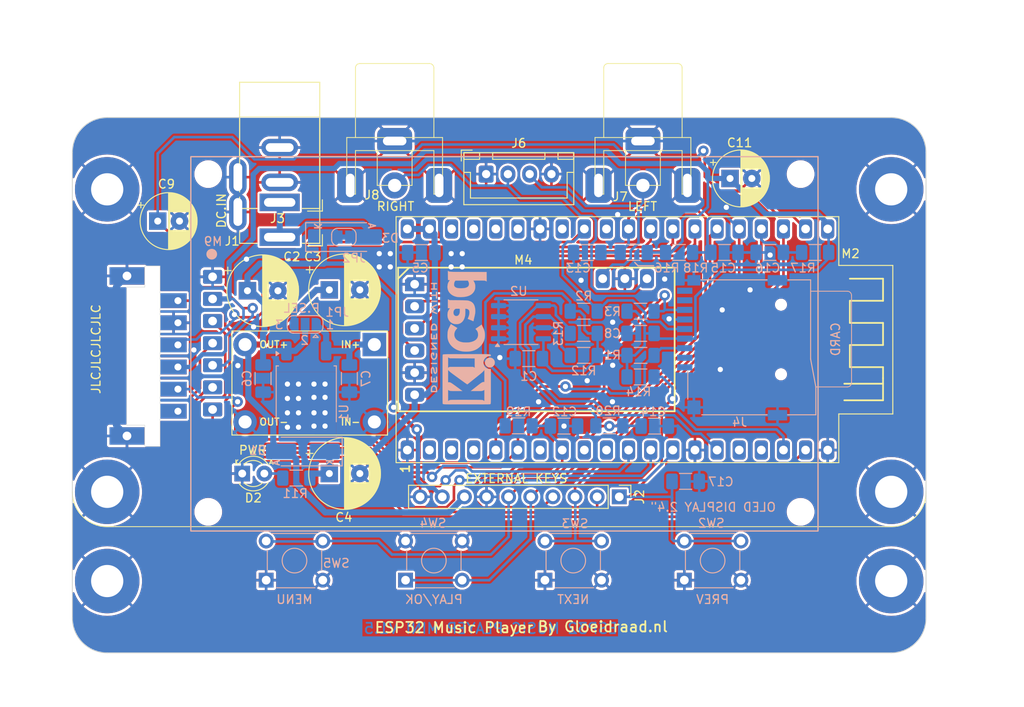
<source format=kicad_pcb>
(kicad_pcb (version 20240108) (generator "pcbnew") (generator_version "8.0")
  (title_block (date "2024-12-26") (rev "V1.2"))
  (layers (0 "F.Cu" signal) (31 "B.Cu" signal) (34 "B.Paste" user) (35 "F.Paste" user) (36 "B.SilkS" user "B.Silkscreen") (37 "F.SilkS" user "F.Silkscreen") (38 "B.Mask" user) (39 "F.Mask" user) (44 "Edge.Cuts" user))
  (net 0 "")
  (net 1 "V5")
  (net 2 "GND")
  (net 8 "/SDA1")
  (net 10 "/SCL1")
  (net 11 "V3.3")
  (net 15 "/SD_MMC_CMD")
  (net 16 "/SD_MMC_D0")
  (net 17 "/SD_MMC_CLK")
  (net 19 "/I2S-DOUT")
  (net 20 "/I2S-BCK")
  (net 21 "/I2S-WS")
  (net 22 "V5.1")
  (net 23 "Net-(D2-A)")
  (net 24 "Net-(JP1-A)")
  (net 25 "/LL")
  (net 26 "/LR")
  (net 30 "/KEY1")
  (net 31 "/KEY6")
  (net 32 "/KEY5")
  (net 33 "/KEY2")
  (net 34 "/KEY3")
  (net 35 "/KEY4")
  (net 40 "/IO19")
  (net 41 "/IO18")
  (net 42 "/IO5")
  (net 43 "/IO23")
  (net 44 "Vin")
  (net 45 "/EN")
  (net 48 "Net-(D3-A)")
  (footprint "MountingHole:MountingHole_3.7mm_Pad" (layer "F.Cu") (at 184.5 107.5)
    (property "Reference" "H6" (hide yes))
    (property "Value" "MountingHole")
  )
  (footprint "MountingHole:MountingHole_3.7mm_Pad" (layer "F.Cu") (at 94.5 72.75)
    (property "Reference" "H2" (hide yes))
    (property "Value" "MountingHole")
  )
  (footprint "!Gloeidraad:CE_Radial_D8.0mm_P3.50mm_E2.0mm" (layer "F.Cu") (at 110.6 84.4)
    (property "Reference" "C2")
    (property "Value" "100µF/35V")
  )
  (footprint "Connector_PinHeader_2.54mm:PinHeader_1x10_P2.54mm_Vertical" (layer "F.Cu") (at 153.284 108.077 -90)
    (property "Reference" "J2")
    (property "Value" "JST B7B")
  )
  (footprint "MountingHole:MountingHole_3.7mm_Pad" (layer "F.Cu") (at 94.5 107.5)
    (property "Reference" "H5" (hide yes))
    (property "Value" "MountingHole")
  )
  (footprint "Connector_BarrelJack:BarrelJack_GCT_DCJ200-10-A_Horizontal" (layer "F.Cu") (at 114.3 74.25 180)
    (property "Reference" "J3")
    (property "Value" "DC-IN")
  )
  (footprint "!Gloeidraad:Keystone RCA" (layer "F.Cu") (at 156 72.3 180)
    (property "Reference" "J7")
    (property "Value" "Keystone 900")
  )
  (footprint "!Gloeidraad:MOD-PCM5102A-TYPE2B" (layer "F.Cu") (at 143.764 90)
    (property "Reference" "M4")
    (property "Value" "PCM5102A Module")
  )
  (footprint "!Gloeidraad:Keystone RCA" (layer "F.Cu") (at 127.5 72.3 180)
    (property "Reference" "J8")
    (property "Value" "Keystone 900")
  )
  (footprint "!Gloeidraad:CE_Radial_D6.3mm_P2.50mm_E2.0mm" (layer "F.Cu") (at 166 71.5)
    (property "Reference" "C11")
    (property "Value" "100µF/16V")
  )
  (footprint "!Gloeidraad:CE_Radial_D6.3mm_P2.50mm_E2.0mm" (layer "F.Cu") (at 100.3 76.4)
    (property "Reference" "C9")
    (property "Value" "10µF")
  )
  (footprint "Connector_BarrelJack:BarrelJack_GCT_DCJ200-10-A_Horizontal" (layer "F.Cu") (at 114.3 78.25 180)
    (property "Reference" "J1")
    (property "Value" "DC-IN")
  )
  (footprint "!Gloeidraad:LED_D3.0mm" (layer "F.Cu") (at 110 105.4)
    (property "Reference" "D2")
    (property "Value" "LED Green")
  )
  (footprint "!Gloeidraad:ESP32-WROVER-DEV_ON_HEADERS_BARE" (layer "F.Cu") (at 153.083 90 -90)
    (property "Reference" "M2")
    (property "Value" "ESP32-WROVER-CAM-40P")
  )
  (footprint "MountingHole:MountingHole_3.7mm_Pad" (layer "F.Cu") (at 184.5 117.75)
    (property "Reference" "H3" (hide yes))
    (property "Value" "MountingHole")
  )
  (footprint "!Gloeidraad:CE_Radial_D8.0mm_P3.50mm_E2.0mm" (layer "F.Cu") (at 120 105.4)
    (property "Reference" "C4")
    (property "Value" "220µF/16V")
  )
  (footprint "Connector_JST:JST_XH_B4B-XH-A_1x04_P2.50mm_Vertical" (layer "F.Cu") (at 138 71)
    (property "Reference" "J6")
    (property "Value" "JST XH4")
  )
  (footprint "MountingHole:MountingHole_3.7mm_Pad" (layer "F.Cu") (at 94.5 117.75)
    (property "Reference" "H1" (hide yes))
    (property "Value" "MountingHole")
  )
  (footprint "MountingHole:MountingHole_3.7mm_Pad" (layer "F.Cu") (at 184.5 72.75)
    (property "Reference" "H4" (hide yes))
    (property "Value" "MountingHole")
  )
  (footprint "!Gloeidraad:CE_Radial_D8.0mm_P3.50mm_E2.0mm" (layer "F.Cu") (at 120 84.3)
    (property "Reference" "C3")
    (property "Value" "220µF/16V")
  )
  (footprint "!Gloeidraad:MOD-DC-DC-DUAL" (layer "F.Cu") (at 117.8308 95.177 180)
    (property "Reference" "M1" (hide yes))
    (property "Value" "CN3903 5V/3A Module")
  )
  (footprint "Capacitor_SMD:C_1206_3216Metric_Pad1.33x1.80mm_HandSolder" (layer "B.Cu") (at 157.353 99.949)
    (property "Reference" "C14")
    (property "Value" "1n")
  )
  (footprint "Resistor_SMD:R_1206_3216Metric_Pad1.30x1.75mm_HandSolder" (layer "B.Cu") (at 116.205 105.918)
    (property "Reference" "R11")
    (property "Value" "470R")
  )
  (footprint "!Gloeidraad:SW_TH_Tactile_Omron_B3F-10xx" (layer "B.Cu") (at 164 115.4)
    (property "Reference" "SW2")
    (property "Value" "SW-PUSHBUT-6X6-V")
  )
  (footprint "Capacitor_SMD:C_1206_3216Metric_Pad1.33x1.80mm_HandSolder" (layer "B.Cu") (at 160.9 106.3)
    (property "Reference" "C17")
    (property "Value" "1n")
  )
  (footprint "!Gloeidraad:SW_TH_Tactile_Omron_B3F-10xx" (layer "B.Cu") (at 132 115.4)
    (property "Reference" "SW4")
    (property "Value" "SW-PUSHBUT-6X6-V")
  )
  (footprint "Resistor_SMD:R_1206_3216Metric_Pad1.30x1.75mm_HandSolder" (layer "B.Cu") (at 154.94 80)
    (property "Reference" "R16")
    (property "Value" "47k")
  )
  (footprint "Symbol:KiCad-Logo2_6mm_SilkScreen" (layer "B.Cu") (at 136.017 89.789 90)
    (property "Reference" "MECH1" (hide yes))
    (property "Value" "KiCad Logo" (hide yes))
  )
  (footprint "Jumper:SolderJumper-2_P1.3mm_Bridged_RoundedPad1.0x1.5mm" (layer "B.Cu") (at 121.666 78.232 180)
    (property "Reference" "JP2")
    (property "Value" "Jumper_2_Small_Bridged")
  )
  (footprint "!Gloeidraad:SW_TH_Tactile_Omron_B3F-10xx" (layer "B.Cu") (at 148 115.4)
    (property "Reference" "SW3")
    (property "Value" "SW-PUSHBUT-6X6-V")
  )
  (footprint "Capacitor_SMD:C_1206_3216Metric_Pad1.33x1.80mm_HandSolder" (layer "B.Cu") (at 112.395 94.488 -90)
    (property "Reference" "C6")
    (property "Value" "100n")
  )
  (footprint "!Gloeidraad:OLED128x64-2.4inch-spi-type1" (layer "B.Cu") (at 140.1 90.5)
    (property "Reference" "M9")
    (property "Value" "OLED 128x64 SPI 2.4 inch" (hide yes))
  )
  (footprint "Resistor_SMD:R_1206_3216Metric_Pad1.30x1.75mm_HandSolder" (layer "B.Cu") (at 160.147 80 180)
    (property "Reference" "R18")
    (property "Value" "47k")
  )
  (footprint "Package_SO:SO-8_3.9x4.9mm_P1.27mm" (layer "B.Cu") (at 142 88.011)
    (property "Reference" "U2")
    (property "Value" "24LC64")
  )
  (footprint "Resistor_SMD:R_1206_3216Metric_Pad1.30x1.75mm_HandSolder" (layer "B.Cu") (at 141.732 99.919 180)
    (property "Reference" "R19")
    (property "Value" "47k")
  )
  (footprint "!Gloeidraad:DIODE_SMA" (layer "B.Cu") (at 121.793 78.232)
    (property "Reference" "D3")
    (property "Value" "SS14")
  )
  (footprint "Capacitor_SMD:C_1206_3216Metric_Pad1.33x1.80mm_HandSolder" (layer "B.Cu") (at 146.939 99.949)
    (property "Reference" "C12")
    (property "Value" "1n")
  )
  (footprint "!Gloeidraad:TF PUSH" (layer "B.Cu") (at 171.85 86 -90)
    (property "Reference" "J4")
    (property "Value" "SHOU-HAN-TF-PUSH")
  )
  (footprint "Resistor_SMD:R_1206_3216Metric_Pad1.30x1.75mm_HandSolder" (layer "B.Cu") (at 149.2 89.3 180)
    (property "Reference" "R13")
    (property "Value" "10k")
  )
  (footprint "!Gloeidraad:SW_TH_Tactile_Omron_B3F-10xx" (layer "B.Cu") (at 116 115.4)
    (property "Reference" "SW5")
    (property "Value" "SW-PUSHBUT-6X6-V")
  )
  (footprint "Capacitor_SMD:C_1206_3216Metric_Pad1.33x1.80mm_HandSolder" (layer "B.Cu") (at 122.301 94.488 -90)
    (property "Reference" "C7")
    (property "Value" "100n")
  )
  (footprint "Resistor_SMD:R_1206_3216Metric_Pad1.30x1.75mm_HandSolder" (layer "B.Cu") (at 175.768 80)
    (property "Reference" "R17")
    (property "Value" "47k")
  )
  (footprint "!Gloeidraad:PinHeader_1x06_P2.54mm_SD_expander_socket_T3" (layer "B.Cu") (at 99.32 85.541 180)
    (property "Reference" "M3" (hide yes))
    (property "Value" "µSD CARD ADAPTER")
    (fp_poly (pts (xy -1.25 4) (xy 0.5 4) (xy 0.5 1.55) (xy 2.6 1.55) (xy 2.6 -14.3) (xy 0.5 -14.3) (xy 0.5 -16.75) (xy -1.25 -16.75)) (stroke (width 0.05)) (fill none) (layer "Edge.Cuts"))
  )
  (footprint "Resistor_SMD:R_1206_3216Metric_Pad1.30x1.75mm_HandSolder" (layer "B.Cu") (at 155.725 91.825 180)
    (property "Reference" "R1")
    (property "Value" "10k")
  )
  (footprint "Capacitor_SMD:C_1206_3216Metric_Pad1.33x1.80mm_HandSolder" (layer "B.Cu") (at 142.9 92.2 180)
    (property "Reference" "C1")
    (property "Value" "100n")
  )
  (footprint "!Gloeidraad:SolderJumper-3_P1.3mm_Open_RoundedPad1.0x1.5mm" (layer "B.Cu") (at 117.221 88.265 180)
    (property "Reference" "JP1")
    (property "Value" "PSEL")
  )
  (footprint "Capacitor_SMD:C_1206_3216Metric_Pad1.33x1.80mm_HandSolder" (layer "B.Cu") (at 130.556 80.01 180)
    (property "Reference" "C5")
    (property "Value" "100n")
  )
  (footprint "Capacitor_SMD:C_1206_3216Metric_Pad1.33x1.80mm_HandSolder" (layer "B.Cu") (at 149.6 80.01 180)
    (property "Reference" "C13")
    (property "Value" "1n")
  )
  (footprint "Resistor_SMD:R_1206_3216Metric_Pad1.30x1.75mm_HandSolder" (layer "B.Cu") (at 152.146 99.919 180)
    (property "Reference" "R20")
    (property "Value" "47k")
  )
  (footprint "Resistor_SMD:R_1206_3216Metric_Pad1.30x1.75mm_HandSolder" (layer "B.Cu") (at 155.725 86.75 180)
    (property "Reference" "R3")
    (property "Value" "10k")
  )
  (footprint "Resistor_SMD:R_1206_3216Metric_Pad1.30x1.75mm_HandSolder" (layer "B.Cu") (at 149.2 86.75 180)
    (property "Reference" "R2")
    (property "Value" "10k")
  )
  (footprint "Capacitor_SMD:C_1206_3216Metric_Pad1.33x1.80mm_HandSolder" (layer "B.Cu") (at 170.561 80 180)
    (property "Reference" "C16")
    (property "Value" "1n")
  )
  (footprint "Resistor_SMD:R_1206_3216Metric_Pad1.30x1.75mm_HandSolder" (layer "B.Cu") (at 149.2 91.825 180)
    (property "Reference" "R12")
    (property "Value" "10k")
  )
  (footprint "Capacitor_SMD:C_1206_3216Metric_Pad1.33x1.80mm_HandSolder" (layer "B.Cu") (at 165.354 80)
    (property "Reference" "C15")
    (property "Value" "1n")
  )
  (footprint "!Gloeidraad:DIODE_SMA" (layer "B.Cu") (at 116.967 102.87 180)
    (property "Reference" "D1")
    (property "Value" "SS14")
  )
  (footprint "Resistor_SMD:R_1206_3216Metric_Pad1.30x1.75mm_HandSolder" (layer "B.Cu") (at 155.725 94.3 180)
    (property "Reference" "R14")
    (property "Value" "47k")
  )
  (footprint "Capacitor_SMD:C_1206_3216Metric_Pad1.33x1.80mm_HandSolder" (layer "B.Cu") (at 155.725 89.3 180)
    (property "Reference" "C8")
    (property "Value" "2u2")
  )
  (footprint "Package_TO_SOT_SMD:TO-252-2" (layer "B.Cu") (at 117.3505 96.344 -90)
    (property "Reference" "U1")
    (property "Value" "L7818")
  )
  (gr_line (start 155.448 81.534) (end 157.226 81.534) (stroke (width 0.15)) (layer "B.SilkS"))
  (gr_line (start 155.067 81.153) (end 155.448 81.534) (stroke (width 0.15)) (layer "B.SilkS"))
  (gr_arc (start 188.5 107.5) (mid 187.328427 110.328427) (end 184.5 111.5) (stroke (width 0.1)) (layer "F.SilkS"))
  (gr_arc (start 94.5 111.5) (mid 91.671573 110.328427) (end 90.5 107.5) (stroke (width 0.1)) (layer "F.SilkS"))
  (gr_line (start 94.5 111.5) (end 184.5 111.5) (stroke (width 0.1)) (layer "F.SilkS"))
  (gr_line (start 94.5 126) (end 184.5 126) (stroke (width 0.1)) (layer "Edge.Cuts"))
  (gr_line (start 188.5 122) (end 188.5 68.5) (stroke (width 0.1)) (layer "Edge.Cuts"))
  (gr_arc (start 184.5 64.5) (mid 187.328427 65.671573) (end 188.5 68.5) (stroke (width 0.1)) (layer "Edge.Cuts"))
  (gr_arc (start 188.5 122) (mid 187.328427 124.828427) (end 184.5 126) (stroke (width 0.1)) (layer "Edge.Cuts"))
  (gr_arc (start 94.5 126) (mid 91.671573 124.828427) (end 90.5 122) (stroke (width 0.1)) (layer "Edge.Cuts"))
  (gr_arc (start 90.5 68.5) (mid 91.671573 65.671573) (end 94.5 64.5) (stroke (width 0.1)) (layer "Edge.Cuts"))
  (gr_line (start 94.5 64.5) (end 184.5 64.5) (stroke (width 0.1)) (layer "Edge.Cuts"))
  (gr_line (start 90.5 122) (end 90.5 68.5) (stroke (width 0.1)) (layer "Edge.Cuts"))
  (gr_text "ESP32 MUSIC PLAYER MINI V1.5" (at 153.2 123.9 0) (layer "B.Cu") (effects (font (size 1.2 1.2) (thickness 0.2) (bold yes)) (justify left bottom mirror)))
  (gr_text "OLED DISPLAY 2.4{dblquote}" (at 171.35 109.85 0) (layer "B.SilkS") (effects (font (size 1 1)) (justify left bottom mirror)))
  (gr_text "1" (at 120.65 88.9 0) (layer "B.SilkS") (effects (font (size 1 1)) (justify left bottom mirror)))
  (gr_text "CARD" (at 178.7 87.95 90) (layer "B.SilkS") (effects (font (size 1 1)) (justify left bottom mirror)))
  (gr_text "2" (at 117.729 90.678 0) (layer "B.SilkS") (effects (font (size 1 1)) (justify left bottom mirror)))
  (gr_text "P.SEL" (at 116.84 86.995 0) (layer "B.SilkS") (effects (font (size 1 1)) (justify bottom mirror)))
  (gr_text "3" (at 114.808 88.9 0) (layer "B.SilkS") (effects (font (size 1 1)) (justify left bottom mirror)))
  (gr_text "PLAY/OK" (at 132 120.45 0) (layer "B.SilkS") (effects (font (size 1 1)) (justify bottom mirror)))
  (gr_text "NEXT" (at 148 120.45 0) (layer "B.SilkS") (effects (font (size 1 1)) (justify bottom mirror)))
  (gr_text "MENU" (at 116 120.45 0) (layer "B.SilkS") (effects (font (size 1 1)) (justify bottom mirror)))
  (gr_text "PREV" (at 164 120.45 0) (layer "B.SilkS") (effects (font (size 1 1)) (justify bottom mirror)))
  (gr_text "By Gloeidraad.nl" (at 143.8 123.7 0) (layer "F.SilkS") (effects (font (size 1.2 1.2) (thickness 0.2) (bold yes)) (justify left bottom)))
  (gr_text "DC.IN" (at 108.2 75.2 90) (layer "F.SilkS") (effects (font (size 1 1)) (justify bottom)))
  (gr_text "LEFT" (at 155.95 75.3 0) (layer "F.SilkS") (effects (font (size 1 1)) (justify bottom)))
  (gr_text "PWR" (at 111.2 103.3 0) (layer "F.SilkS") (effects (font (size 1 1)) (justify bottom)))
  (gr_text "ESP32 Music Player" (at 125.1 123.8 0) (layer "F.SilkS") (effects (font (size 1.2 1.2) (thickness 0.2) (bold yes)) (justify left bottom)))
  (gr_text "JLCJLCJLCJLC" (at 93.8 96.35 90) (layer "F.SilkS") (effects (font (size 1 1)) (justify left bottom)))
  (gr_text "RIGHT" (at 127.6 75.3 0) (layer "F.SilkS") (effects (font (size 1 1)) (justify bottom)))
  (gr_text "EXTERNAL KEYS" (at 141.478 106.553 0) (layer "F.SilkS") (effects (font (size 1 1)) (justify bottom)))
  (segment (start 131.1 96.35) (end 129.794 96.35) (width 0.7) (layer "B.Cu") (net 1))
  (segment (start 118.273 105.4) (end 117.755 105.918) (width 0.7) (layer "B.Cu") (net 1))
  (segment (start 125.095 102.87) (end 129.794 98.171) (width 0.7) (layer "B.Cu") (net 1))
  (segment (start 120 105.4) (end 120 103.403) (width 0.7) (layer "B.Cu") (net 1))
  (segment (start 128.953 77.3) (end 131.493 77.3) (width 0.7) (layer "B.Cu") (net 1))
  (segment (start 129.794 98.171) (end 129.794 96.35) (width 0.7) (layer "B.Cu") (net 1))
  (segment (start 132.08 79.9715) (end 132.08 77.887) (width 0.7) (layer "B.Cu") (net 1))
  (segment (start 119.467 102.87) (end 125.095 102.87) (width 0.7) (layer "B.Cu") (net 1))
  (segment (start 132.1185 80.01) (end 132.08 79.9715) (width 0.7) (layer "B.Cu") (net 1))
  (segment (start 132.1185 80.01) (end 132.1185 95.3315) (width 0.7) (layer "B.Cu") (net 1))
  (segment (start 132.1185 95.3315) (end 131.1 96.35) (width 0.7) (layer "B.Cu") (net 1))
  (segment (start 132.08 77.887) (end 131.493 77.3) (width 0.7) (layer "B.Cu") (net 1))
  (segment (start 120 103.403) (end 119.467 102.87) (width 0.7) (layer "B.Cu") (net 1))
  (segment (start 120 105.4) (end 118.273 105.4) (width 0.7) (layer "B.Cu") (net 1))
  (via (at 149.6 94.730281) (size 1.2) (drill 0.6) (layers "F.Cu" "B.Cu") (net 2))
  (via (at 119.507 98.425) (size 1.2) (drill 0.6) (layers "F.Cu" "B.Cu") (net 2))
  (via (at 133.985 80.137) (size 1.2) (drill 0.6) (layers "F.Cu" "B.Cu") (net 2))
  (via (at 109.5 93) (size 1.2) (drill 0.6) (layers "F.Cu" "B.Cu") (net 2))
  (via (at 118.237 95.123) (size 1.2) (drill 0.6) (layers "F.Cu" "B.Cu") (net 2))
  (via (at 153.1 75.65) (size 1.2) (drill 0.6) (layers "F.Cu" "B.Cu") (net 2))
  (via (at 139.573 92.075) (size 1.2) (drill 0.6) (layers "F.Cu" "B.Cu") (net 2))
  (via (at 115.189 100.076) (size 1.2) (drill 0.6) (layers "F.Cu" "B.Cu") (net 2))
  (via (at 133.985 81.661) (size 1.2) (drill 0.6) (layers "F.Cu" "B.Cu") (net 2))
  (via (at 104.450147 91.200147) (size 1.2) (drill 0.6) (layers "F.Cu" "B.Cu") (net 2))
  (via (at 125.73 81.661) (size 1.2) (drill 0.6) (layers "F.Cu" "B.Cu") (net 2))
  (via (at 135.255 80.137) (size 1.2) (drill 0.6) (layers "F.Cu" "B.Cu") (net 2))
  (via (at 119.507 96.647) (size 1.2) (drill 0.6) (layers "F.Cu" "B.Cu") (net 2))
  (via (at 159.004 87.63) (size 1.2) (drill 0.6) (layers "F.Cu" "B.Cu") (net 2))
  (via (at 165.573084 74.816588) (size 1.2) (drill 0.6) (layers "F.Cu" "B.Cu") (net 2))
  (via (at 119.507 95.123) (size 1.2) (drill 0.6) (layers "F.Cu" "B.Cu") (net 2))
  (via (at 116.459 98.425) (size 1.2) (drill 0.6) (layers "F.Cu" "B.Cu") (net 2))
  (via (at 125.73 80.137) (size 1.2) (drill 0.6) (layers "F.Cu" "B.Cu") (net 2))
  (via (at 119.507 99.949) (size 1.2) (drill 0.6) (layers "F.Cu" "B.Cu") (net 2))
  (via (at 152.5 97.15) (size 1.2) (drill 0.6) (layers "F.Cu" "B.Cu") (net 2))
  (via (at 168.3 84.3) (size 1.2) (drill 0.6) (layers "F.Cu" "B.Cu") (net 2))
  (via (at 152.527 88.011) (size 1.2) (drill 0.6) (layers "F.Cu" "B.Cu") (net 2))
  (via (at 115.189 98.425) (size 1.2) (drill 0.6) (layers "F.Cu" "B.Cu") (net 2))
  (via (at 152.527 92.964) (size 1.2) (drill 0.6) (layers "F.Cu" "B.Cu") (net 2))
  (via (at 127 81.661) (size 1.2) (drill 0.6) (layers "F.Cu" "B.Cu") (net 2))
  (via (at 115.189 96.774) (size 1.2) (drill 0.6) (layers "F.Cu" "B.Cu") (net 2))
  (via (at 118.237 98.425) (size 1.2) (drill 0.6) (layers "F.Cu" "B.Cu") (net 2))
  (via (at 144.018 97.155) (size 1.2) (drill 0.6) (layers "F.Cu" "B.Cu") (net 2))
  (via (at 111.3 88.55) (size 1.2) (drill 0.6) (layers "F.Cu" "B.Cu") (net 2))
  (via (at 116.459 96.774) (size 1.2) (drill 0.6) (layers "F.Cu" "B.Cu") (net 2))
  (via (at 146.939 99.949) (size 1.2) (drill 0.6) (layers "F.Cu" "B.Cu") (net 2))
  (via (at 165.1 86.6) (size 1.2) (drill 0.6) (layers "F.Cu" "B.Cu") (net 2))
  (via (at 164.881842 93.445246) (size 1.2) (drill 0.6) (layers "F.Cu" "B.Cu") (net 2))
  (via (at 135.255 81.661) (size 1.2) (drill 0.6) (layers "F.Cu" "B.Cu") (net 2))
  (via (at 116.459 95.123) (size 1.2) (drill 0.6) (layers "F.Cu" "B.Cu") (net 2))
  (via (at 118.237 99.949) (size 1.2) (drill 0.6) (layers "F.Cu" "B.Cu") (net 2))
  (via (at 115.189 95.123) (size 1.2) (drill 0.6) (layers "F.Cu" "B.Cu") (net 2))
  (via (at 158.496 83.058) (size 1.2) (drill 0.6) (layers "F.Cu" "B.Cu") (net 2))
  (via (at 118.237 96.647) (size 1.2) (drill 0.6) (layers "F.Cu" "B.Cu") (net 2))
  (via (at 110.49 80.772) (size 1.2) (drill 0.6) (layers "F.Cu" "B.Cu") (net 2))
  (via (at 127 80.137) (size 1.2) (drill 0.6) (layers "F.Cu" "B.Cu") (net 2))
  (via (at 148.9 83.2) (size 1.2) (drill 0.6) (layers "F.Cu" "B.Cu") (net 2))
  (via (at 170.6 80.3) (size 1.2) (drill 0.6) (layers "F.Cu" "B.Cu") (net 2))
  (via (at 116.459 100.076) (size 1.2) (drill 0.6) (layers "F.Cu" "B.Cu") (net 2))
  (segment (start 154.172 89.281) (end 154.172 89.402) (width 0.3) (layer "B.Cu") (net 2))
  (segment (start 96.77 82.701) (end 95.5 83.971) (width 0.7) (layer "B.Cu") (net 2))
  (segment (start 127.5 67.2) (end 124.7 67.2) (width 0.3) (layer "B.Cu") (net 2))
  (segment (start 129.95 67.2) (end 127.5 67.2) (width 0.3) (layer "B.Cu") (net 2))
  (segment (start 156 67.2) (end 159.1 67.2) (width 0.3) (layer "B.Cu") (net 2))
  (segment (start 152.95 67.2) (end 156 67.2) (width 0.3) (layer "B.Cu") (net 2))
  (segment (start 159.004 87.63) (end 159.074 87.7) (width 0.3) (layer "B.Cu") (net 2))
  (segment (start 154.153 89.3) (end 154.172 89.281) (width 0.3) (layer "B.Cu") (net 2))
  (segment (start 159.074 87.7) (end 161.45 87.7) (width 0.3) (layer "B.Cu") (net 2))
  (segment (start 95.5 99.811) (end 96.77 101.081) (width 0.7) (layer "B.Cu") (net 2))
  (segment (start 95.5 83.971) (end 95.5 99.811) (width 0.7) (layer "B.Cu") (net 2))
  (segment (start 143.897 86.1) (end 141.9 88.097) (width 0.3) (layer "B.Cu") (net 8))
  (segment (start 150.200893 97.663) (end 151.237893 98.7) (width 0.3) (layer "B.Cu") (net 8))
  (segment (start 154.357456 98.7) (end 155.121544 98.7) (width 0.3) (layer "B.Cu") (net 8))
  (segment (start 141.9 88.097) (end 141.9 90.844544) (width 0.3) (layer "B.Cu") (net 8))
  (segment (start 141.9 90.844544) (end 142.35 91.294544) (width 0.3) (layer "B.Cu") (net 8))
  (segment (start 145.8 86.1) (end 143.897 86.1) (width 0.3) (layer "B.Cu") (net 8))
  (segment (start 147.65 88.85) (end 146 87.2) (width 0.3) (layer "B.Cu") (net 8))
  (segment (start 156.459456 98.7) (end 158.246544 98.7) (width 0.3) (layer "B.Cu") (net 8))
  (segment (start 142.35 91.294544) (end 142.35 93.963) (width 0.3) (layer "B.Cu") (net 8))
  (segment (start 146 86.3) (end 145.8 86.1) (width 0.3) (layer "B.Cu") (net 8))
  (segment (start 161.722456 100.838) (end 162.651 100.838) (width 0.3) (layer "B.Cu") (net 8))
  (segment (start 159.583456 98.699) (end 161.722456 100.838) (width 0.3) (layer "B.Cu") (net 8))
  (segment (start 158.246544 98.7) (end 158.247544 98.699) (width 0.3) (layer "B.Cu") (net 8))
  (segment (start 153.034544 98.7) (end 153.040544 98.694) (width 0.3) (layer "B.Cu") (net 8))
  (segment (start 155.122544 98.699) (end 156.458456 98.699) (width 0.3) (layer "B.Cu") (net 8))
  (segment (start 158.247544 98.699) (end 159.583456 98.699) (width 0.3) (layer "B.Cu") (net 8))
  (segment (start 142.35 93.963) (end 146.05 97.663) (width 0.3) (layer "B.Cu") (net 8))
  (segment (start 156.458456 98.699) (end 156.459456 98.7) (width 0.3) (layer "B.Cu") (net 8))
  (segment (start 147.65 89.3) (end 147.65 88.85) (width 0.3) (layer "B.Cu") (net 8))
  (segment (start 151.237893 98.7) (end 153.034544 98.7) (width 0.3) (layer "B.Cu") (net 8))
  (segment (start 155.121544 98.7) (end 155.122544 98.699) (width 0.3) (layer "B.Cu") (net 8))
  (segment (start 146.05 97.663) (end 150.200893 97.663) (width 0.3) (layer "B.Cu") (net 8))
  (segment (start 162.651 100.838) (end 164.513 102.7) (width 0.3) (layer "B.Cu") (net 8))
  (segment (start 154.351456 98.694) (end 154.357456 98.7) (width 0.3) (layer "B.Cu") (net 8))
  (segment (start 153.040544 98.694) (end 154.351456 98.694) (width 0.3) (layer "B.Cu") (net 8))
  (segment (start 146 87.2) (end 146 86.3) (width 0.3) (layer "B.Cu") (net 8))
  (segment (start 156.660562 98.194) (end 151.494 98.194) (width 0.3) (layer "B.Cu") (net 10))
  (segment (start 159.941894 98.199) (end 158.040437 98.199) (width 0.3) (layer "B.Cu") (net 10))
  (segment (start 158.040437 98.199) (end 158.039437 98.2) (width 0.3) (layer "B.Cu") (net 10))
  (segment (start 142.875 93.686925) (end 142.875 91.075) (width 0.3) (layer "B.Cu") (net 10))
  (segment (start 171.338 100.338) (end 162.080894 100.338) (width 0.3) (layer "B.Cu") (net 10))
  (segment (start 142.5 88.3) (end 143.424 87.376) (width 0.3) (layer "B.Cu") (net 10))
  (segment (start 151.494 98.194) (end 150.4 97.1) (width 0.3) (layer "B.Cu") (net 10))
  (segment (start 172.133 102.7) (end 172.133 101.133) (width 0.3) (layer "B.Cu") (net 10))
  (segment (start 143.424 87.376) (end 145.376 87.376) (width 0.3) (layer "B.Cu") (net 10))
  (segment (start 156.666562 98.2) (end 156.660562 98.194) (width 0.3) (layer "B.Cu") (net 10))
  (segment (start 172.133 101.133) (end 171.338 100.338) (width 0.3) (layer "B.Cu") (net 10))
  (segment (start 142.5 90.7) (end 142.5 88.3) (width 0.3) (layer "B.Cu") (net 10))
  (segment (start 145.376 87.376) (end 146.65 88.65) (width 0.3) (layer "B.Cu") (net 10))
  (segment (start 158.039437 98.2) (end 156.666562 98.2) (width 0.3) (layer "B.Cu") (net 10))
  (segment (start 146.65 90.825) (end 147.65 91.825) (width 0.3) (layer "B.Cu") (net 10))
  (segment (start 162.080894 100.338) (end 159.941894 98.199) (width 0.3) (layer "B.Cu") (net 10))
  (segment (start 150.4 97.1) (end 146.288075 97.1) (width 0.3) (layer "B.Cu") (net 10))
  (segment (start 146.65 88.65) (end 146.65 90.825) (width 0.3) (layer "B.Cu") (net 10))
  (segment (start 142.875 91.075) (end 142.5 90.7) (width 0.3) (layer "B.Cu") (net 10))
  (segment (start 146.288075 97.1) (end 142.875 93.686925) (width 0.3) (layer "B.Cu") (net 10))
  (segment (start 149.979 98.163) (end 140.317 98.163) (width 0.3) (layer "B.Cu") (net 11))
  (segment (start 177.318 80.682) (end 176 82) (width 0.3) (layer "B.Cu") (net 11))
  (segment (start 111.267 71.033) (end 111.267 78.383) (width 0.6) (layer "B.Cu") (net 11))
  (segment (start 148.75 86.75) (end 149.3 87.3) (width 0.3) (layer "B.Cu") (net 11))
  (segment (start 145.6 93.6) (end 144.4625 92.4625) (width 0.3) (layer "B.Cu") (net 11))
  (segment (start 153.358 69.792) (end 151.916 68.35) (width 0.6) (layer "B.Cu") (net 11))
  (segment (start 155.772 87.837563) (end 155.772 87.372) (width 0.3) (layer "B.Cu") (net 11))
  (segment (start 160.957694 75.85) (end 162.37 75.85) (width 0.3) (layer "B.Cu") (net 11))
  (segment (start 129.5 69.8) (end 121.132232 69.8) (width 0.6) (layer "B.Cu") (net 11))
  (segment (start 108.1 89.619865) (end 108.1 91.3) (width 0.35) (layer "B.Cu") (net 11))
  (segment (start 162.025 85.075) (end 162.025 89.9) (width 0.3) (layer "B.Cu") (net 11))
  (segment (start 140.317 98.163) (end 140.182 98.298) (width 0.3) (layer "B.Cu") (net 11))
  (segment (start 111.267 78.383) (end 108.5 81.15) (width 0.6) (layer "B.Cu") (net 11))
  (segment (start 110.150016 87.569849) (end 108.1 89.619865) (width 0.3) (layer "B.Cu") (net 11))
  (segment (start 156.2 90.7) (end 155.075 91.825) (width 0.3) (layer "B.Cu") (net 11))
  (segment (start 105.43522 91.7) (end 103.97422 93.161) (width 0.5) (layer "B.Cu") (net 11))
  (segment (start 108.5 85.34) (end 106.6 85.34) (width 0.6) (layer "B.Cu") (net 11))
  (segment (start 158.597 80.01) (end 159.247 80.01) (width 0.3) (layer "B.Cu") (net 11))
  (segment (start 156.49 80.01) (end 158.597 80.01) (width 0.3) (layer "B.Cu") (net 11))
  (segment (start 159.247 80.01) (end 160.533 78.724) (width 0.3) (layer "B.Cu") (net 11))
  (segment (start 120.582232 70.35) (end 111.95 70.35) (width 0.6) (layer "B.Cu") (net 11))
  (segment (start 156.2 89.3) (end 156.2 90.7) (width 0.3) (layer "B.Cu") (net 11))
  (segment (start 149.3 93.6) (end 145.6 93.6) (width 0.3) (layer "B.Cu") (net 11))
  (segment (start 121.132232 69.8) (end 120.582232 70.35) (width 0.6) (layer "B.Cu") (net 11))
  (segment (start 154.172 91.825) (end 150.75 91.825) (width 0.3) (layer "B.Cu") (net 11))
  (segment (start 144.4625 92.4625) (end 144.4625 92.2) (width 0.3) (layer "B.Cu") (net 11))
  (segment (start 140.182 99.919) (end 140.182 94.716) (width 0.3) (layer "B.Cu") (net 11))
  (segment (start 150.65 89.3) (end 150.8 89.45) (width 0.3) (layer "B.Cu") (net 11))
  (segment (start 138.938 84.709) (end 146.709 84.709) (width 0.3) (layer "B.Cu") (net 11))
  (segment (start 157.9145 89.9) (end 157.3145 89.3) (width 0.3) (layer "B.Cu") (net 11))
  (segment (start 163.448 74.772) (end 163.448 71.5) (width 0.3) (layer "B.Cu") (net 11))
  (segment (start 166 71.5) (end 163.448 71.5) (width 0.6) (layer "B.Cu") (net 11))
  (segment (start 150.596 98.78) (end 149.979 98.163) (width 0.3) (layer "B.Cu") (net 11))
  (segment (start 108.1 91.3) (end 107.7 91.7) (width 0.35) (layer "B.Cu") (net 11))
  (segment (start 160.533 78.724) (end 160.533 76.274694) (width 0.3) (layer "B.Cu") (net 11))
  (segment (start 146.709 84.709) (end 147.65 85.65) (width 0.3) (layer "B.Cu") (net 11))
  (segment (start 137.922 92.456) (end 137.922 85.725) (width 0.3) (layer "B.Cu") (net 11))
  (segment (start 150.75 92.15) (end 149.3 93.6) (width 0.3) (layer "B.Cu") (net 11))
  (segment (start 147.65 85.65) (end 147.65 86.75) (width 0.3) (layer "B.Cu") (net 11))
  (segment (start 177.318 80) (end 177.318 77.405) (width 0.3) (layer "B.Cu") (net 11))
  (segment (start 151.916 68.35) (end 130.95 68.35) (width 0.6) (layer "B.Cu") (net 11))
  (segment (start 176 82) (end 165.1 82) (width 0.3) (layer "B.Cu") (net 11))
  (segment (start 177.318 77.405) (end 177.213 77.3) (width 0.3) (layer "B.Cu") (net 11))
  (segment (start 157.3145 89.3) (end 156.2 89.3) (width 0.3) (layer "B.Cu") (net 11))
  (segment (start 154.175 91.825) (end 154.175 94.3) (width 0.3) (layer "B.Cu") (net 11))
  (segment (start 144.575 92.0875) (end 144.575 89.916) (width 0.3) (layer "B.Cu") (net 11))
  (segment (start 147.65 86.75) (end 148.75 86.75) (width 0.3) (layer "B.Cu") (net 11))
  (segment (start 155.15 86.75) (end 154.172 86.75) (width 0.3) (layer "B.Cu") (net 11))
  (segment (start 155.772 87.372) (end 155.15 86.75) (width 0.3) (layer "B.Cu") (net 11))
  (segment (start 144.4625 92.2) (end 144.575 92.0875) (width 0.3) (layer "B.Cu") (net 11))
  (segment (start 149.3 88.9) (end 149.7 89.3) (width 0.3) (layer "B.Cu") (net 11))
  (segment (start 107.7 91.7) (end 105.43522 91.7) (width 0.5) (layer "B.Cu") (net 11))
  (segment (start 110.150016 86.500016) (end 110.150016 87.569849) (width 0.3) (layer "B.Cu") (net 11))
  (segment (start 162.5 69.792) (end 153.358 69.792) (width 0.6) (layer "B.Cu") (net 11))
  (segment (start 150.8 89.45) (end 150.8 91.775) (width 0.3) (layer "B.Cu") (net 11))
  (segment (start 155.075 91.825) (end 154.172 91.825) (width 0.3) (layer "B.Cu") (net 11))
  (segment (start 162.025 89.9) (end 157.9145 89.9) (width 0.3) (layer "B.Cu") (net 11))
  (segment (start 149.3 87.3) (end 149.3 88.9) (width 0.3) (layer "B.Cu") (net 11))
  (segment (start 130.95 68.35) (end 129.5 69.8) (width 0.6) (layer "B.Cu") (net 11))
  (segment (start 177.213 77.3) (end 177.213 76.713) (width 0.6) (layer "B.Cu") (net 11))
  (segment (start 111.95 70.35) (end 111.267 71.033) (width 0.6) (layer "B.Cu") (net 11))
  (segment (start 150.596 99.919) (end 150.596 98.78) (width 0.3) (layer "B.Cu") (net 11))
  (segment (start 176.1 75.6) (end 170.088 75.6) (width 0.6) (layer "B.Cu") (net 11))
  (segment (start 160.533 76.274694) (end 160.957694 75.85) (width 0.3) (layer "B.Cu") (net 11))
  (segment (start 165.1 82) (end 162.025 85.075) (width 0.3) (layer "B.Cu") (net 11))
  (segment (start 166 71.512) (end 166 71.5) (width 0.6) (layer "B.Cu") (net 11))
  (segment (start 170.088 75.6) (end 166 71.512) (width 0.6) (layer "B.Cu") (net 11))
  (segment (start 156.2 89.3) (end 156.2 88.265563) (width 0.3) (layer "B.Cu") (net 11))
  (segment (start 154.172 91.825) (end 154.175 91.828) (width 0.3) (layer "B.Cu") (net 11))
  (segment (start 108.99 85.34) (end 110.150016 86.500016) (width 0.3) (layer "B.Cu") (net 11))
  (segment (start 140.182 94.716) (end 137.922 92.456) (width 0.3) (layer "B.Cu") (net 11))
  (segment (start 177.213 76.713) (end 176.1 75.6) (width 0.6) (layer "B.Cu") (net 11))
  (segment (start 163.448 71.5) (end 163.448 70.74) (width 0.6) (layer "B.Cu") (net 11))
  (segment (start 150.75 91.825) (end 150.75 92.15) (width 0.3) (layer "B.Cu") (net 11))
  (segment (start 108.5 85.34) (end 108.99 85.34) (width 0.3) (layer "B.Cu") (net 11))
  (segment (start 163.448 70.74) (end 162.5 69.792) (width 0.6) (layer "B.Cu") (net 11))
  (segment (start 149.7 89.3) (end 150.75 89.3) (width 0.3) (layer "B.Cu") (net 11))
  (segment (start 103.97422 93.161) (end 102.62 93.161) (width 0.5) (layer "B.Cu") (net 11))
  (segment (start 108.5 81.15) (end 108.5 85.34) (width 0.6) (layer "B.Cu") (net 11))
  (segment (start 162.37 75.85) (end 163.448 74.772) (width 0.3) (layer "B.Cu") (net 11))
  (segment (start 156.2 88.265563) (end 155.772 87.837563) (width 0.3) (layer "B.Cu") (net 11))
  (segment (start 177.318 80) (end 177.318 80.682) (width 0.3) (layer "B.Cu") (net 11))
  (segment (start 137.922 85.725) (end 138.938 84.709) (width 0.3) (layer "B.Cu") (net 11))
  (segment (start 150.8 91.775) (end 150.75 91.825) (width 0.3) (layer "B.Cu") (net 11))
  (segment (start 139.113 102.7) (end 137.663 104.15) (width 0.3) (layer "F.Cu") (net 15))
  (segment (start 144.249 95.4) (end 147.1 95.4) (width 0.3) (layer "F.Cu") (net 15))
  (segment (start 108.6 98.022365) (end 109.47442 97.147945) (width 0.3) (layer "F.Cu") (net 15))
  (segment (start 139.113 100.536) (end 144.249 95.4) (width 0.3) (layer "F.Cu") (net 15))
  (segment (start 139.113 102.7) (end 139.113 100.536) (width 0.3) (layer "F.Cu") (net 15))
  (segment (start 108.6 100.65) (end 108.6 98.022365) (width 0.3) (layer "F.Cu") (net 15))
  (segment (start 125.112212 101.473) (end 109.423 101.473) (width 0.3) (layer "F.Cu") (net 15))
  (segment (start 137.663 104.15) (end 127.789212 104.15) (width 0.3) (layer "F.Cu") (net 15))
  (segment (start 109.423 101.473) (end 108.6 100.65) (width 0.3) (layer "F.Cu") (net 15))
  (segment (start 127.789212 104.15) (end 125.112212 101.473) (width 0.3) (layer "F.Cu") (net 15))
  (via (at 147.1 95.4) (size 1.2) (drill 0.6) (layers "F.Cu" "B.Cu") (net 15))
  (via (at 109.47442 97.147945) (size 1.2) (drill 0.6) (layers "F.Cu" "B.Cu") (net 15))
  (segment (start 158.1 91) (end 157.275 91.825) (width 0.3) (layer "B.Cu") (net 15))
  (segment (start 160.8 91) (end 158.1 91) (width 0.3) (layer "B.Cu") (net 15))
  (segment (start 152.295935 96.2) (end 151.776216 95.680281) (width 0.3) (layer "B.Cu") (net 15))
  (segment (start 108.976475 96.65) (end 104.9 96.65) (width 0.3) (layer "B.Cu") (net 15))
  (segment (start 156.2 95.2) (end 155.2 96.2) (width 0.3) (layer "B.Cu") (net 15))
  (segment (start 155.2 96.2) (end 152.295935 96.2) (width 0.3) (layer "B.Cu") (net 15))
  (segment (start 151.776216 95.680281) (end 147.380281 95.680281) (width 0.3) (layer "B.Cu") (net 15))
  (segment (start 109.47442 97.147945) (end 108.976475 96.65) (width 0.3) (layer "B.Cu") (net 15))
  (segment (start 147.380281 95.680281) (end 147.1 95.4) (width 0.3) (layer "B.Cu") (net 15))
  (segment (start 157.275 91.825) (end 157.272 91.825) (width 0.3) (layer "B.Cu") (net 15))
  (segment (start 157.275 91.825) (end 156.2 92.9) (width 0.3) (layer "B.Cu") (net 15))
  (segment (start 103.951 95.701) (end 102.62 95.701) (width 0.3) (layer "B.Cu") (net 15))
  (segment (start 156.2 92.9) (end 156.2 95.2) (width 0.3) (layer "B.Cu") (net 15))
  (segment (start 104.9 96.65) (end 103.951 95.701) (width 0.3) (layer "B.Cu") (net 15))
  (segment (start 108.1 96.990465) (end 108.55 96.540465) (width 0.3) (layer "F.Cu") (net 16))
  (segment (start 107.603358 86.6) (end 105.35 86.6) (width 0.3) (layer "F.Cu") (net 16))
  (segment (start 108.05 88.45) (end 108.05 87.046642) (width 0.3) (layer "F.Cu") (net 16))
  (segment (start 139.6755 104.6775) (end 127.609606 104.6775) (width 0.3) (layer "F.Cu") (net 16))
  (segment (start 108.55 96.540465) (end 108.55 88.95) (width 0.3) (layer "F.Cu") (net 16))
  (segment (start 124.921106 101.989) (end 109.189 101.989) (width 0.3) (layer "F.Cu") (net 16))
  (segment (start 141.653 101.147) (end 141.653 102.7) (width 0.3) (layer "F.Cu") (net 16))
  (segment (start 149.479 97.917) (end 144.883 97.917) (width 0.3) (layer "F.Cu") (net 16))
  (segment (start 104.291 85.541) (end 102.12 85.541) (width 0.3) (layer "F.Cu") (net 16))
  (segment (start 158.496 84.930463) (end 151.55 91.876463) (width 0.3) (layer "F.Cu") (net 16))
  (segment (start 109.189 101.989) (end 108.1 100.9) (width 0.3) (layer "F.Cu") (net 16))
  (segment (start 144.883 97.917) (end 141.653 101.147) (width 0.3) (layer "F.Cu") (net 16))
  (segment (start 108.05 87.046642) (end 107.603358 86.6) (width 0.3) (layer "F.Cu") (net 16))
  (segment (start 108.1 100.9) (end 108.1 96.990465) (width 0.3) (layer "F.Cu") (net 16))
  (segment (start 127.609606 104.6775) (end 124.921106 101.989) (width 0.3) (layer "F.Cu") (net 16))
  (segment (start 141.653 102.7) (end 139.6755 104.6775) (width 0.3) (layer "F.Cu") (net 16))
  (segment (start 151.55 91.876463) (end 151.55 95.846) (width 0.3) (layer "F.Cu") (net 16))
  (segment (start 108.55 88.95) (end 108.05 88.45) (width 0.3) (layer "F.Cu") (net 16))
  (segment (start 151.55 95.846) (end 149.479 97.917) (width 0.3) (layer "F.Cu") (net 16))
  (segment (start 105.35 86.6) (end 104.291 85.541) (width 0.3) (layer "F.Cu") (net 16))
  (via (at 158.496 84.930463) (size 1.2) (drill 0.6) (layers "F.Cu" "B.Cu") (net 16))
  (segment (start 158.51 86.6) (end 158.496 86.614) (width 0.3) (layer "B.Cu") (net 16))
  (segment (start 158.496 84.930463) (end 158.496 86.586) (width 0.3) (layer "B.Cu") (net 16))
  (segment (start 158.369 86.741) (end 157.272 86.741) (width 0.3) (layer "B.Cu") (net 16))
  (segment (start 158.496 86.586) (end 158.51 86.6) (width 0.3) (layer "B.Cu") (net 16))
  (segment (start 161.45 86.6) (end 158.51 86.6) (width 0.3) (layer "B.Cu") (net 16))
  (segment (start 158.51 86.6) (end 158.369 86.741) (width 0.3) (layer "B.Cu") (net 16))
  (segment (start 111.734925 87.45) (end 109.415092 87.45) (width 0.3) (layer "F.Cu") (net 17))
  (segment (start 112.35 84.119) (end 112.35 86.834925) (width 0.3) (layer "F.Cu") (net 17))
  (segment (start 112.35 86.834925) (end 111.734925 87.45) (width 0.3) (layer "F.Cu") (net 17))
  (segment (start 117.663 78.806) (end 112.35 84.119) (width 0.3) (layer "F.Cu") (net 17))
  (segment (start 149.273 77.3) (end 147.767 78.806) (width 0.3) (layer "F.Cu") (net 17))
  (segment (start 109.415092 87.45) (end 109.100016 87.134924) (width 0.3) (layer "F.Cu") (net 17))
  (segment (start 147.767 78.806) (end 117.663 78.806) (width 0.3) (layer "F.Cu") (net 17))
  (via (at 109.100016 87.134924) (size 1.2) (drill 0.6) (layers "F.Cu" "B.Cu") (net 17))
  (segment (start 147.34 78.76) (end 146.8 79.3) (width 0.3) (layer "B.Cu") (net 17))
  (segment (start 150.75 86.55) (end 150.75 86.75) (width 0.3) (layer "B.Cu") (net 17))
  (segment (start 156.272 86.972) (end 155.175 85.875) (width 0.3) (layer "B.Cu") (net 17))
  (segment (start 148.04 78.76) (end 147.34 78.76) (width 0.3) (layer "B.Cu") (net 17))
  (segment (start 149.273 77.3) (end 149.273 77.527) (width 0.3) (layer "B.Cu") (net 17))
  (segment (start 102.965642 90.621) (end 102.62 90.621) (width 0.3) (layer "B.Cu") (net 17))
  (segment (start 149.273 77.527) (end 148.04 78.76) (width 0.3) (layer "B.Cu") (net 17))
  (segment (start 105.466642 89.27) (end 104.736642 90) (width 0.3) (layer "B.Cu") (net 17))
  (segment (start 155.175 85.869544) (end 154.821456 85.516) (width 0.3) (layer "B.Cu") (net 17))
  (segment (start 156.616544 87.975) (end 156.272 87.630456) (width 0.3) (layer "B.Cu") (net 17))
  (segment (start 104.736642 90) (end 103.586642 90) (width 0.3) (layer "B.Cu") (net 17))
  (segment (start 109.100016 87.134924) (end 109.100016 87.663342) (width 0.3) (layer "B.Cu") (net 17))
  (segment (start 157.975 87.975) (end 156.616544 87.975) (width 0.3) (layer "B.Cu") (net 17))
  (segment (start 151.984 85.516) (end 150.75 86.75) (width 0.3) (layer "B.Cu") (net 17))
  (segment (start 103.586642 90) (end 102.965642 90.621) (width 0.3) (layer "B.Cu") (net 17))
  (segment (start 161.45 88.8) (end 158.8 88.8) (width 0.3) (layer "B.Cu") (net 17))
  (segment (start 109.100016 87.663342) (end 107.493358 89.27) (width 0.3) (layer "B.Cu") (net 17))
  (segment (start 146.8 79.3) (end 146.8 82.6) (width 0.3) (layer "B.Cu") (net 17))
  (segment (start 146.8 82.6) (end 150.75 86.55) (width 0.3) (layer "B.Cu") (net 17))
  (segment (start 107.493358 89.27) (end 105.466642 89.27) (width 0.3) (layer "B.Cu") (net 17))
  (segment (start 158.8 88.8) (end 157.975 87.975) (width 0.3) (layer "B.Cu") (net 17))
  (segment (start 154.821456 85.516) (end 151.984 85.516) (width 0.3) (layer "B.Cu") (net 17))
  (segment (start 156.272 87.630456) (end 156.272 86.972) (width 0.3) (layer "B.Cu") (net 17))
  (segment (start 155.175 85.875) (end 155.175 85.869544) (width 0.3) (layer "B.Cu") (net 17))
  (segment (start 161.973 79.027) (end 160.609 80.391) (width 0.3) (layer "F.Cu") (net 19))
  (segment (start 134.057106 86.233) (end 132.588 86.233) (width 0.3) (layer "F.Cu") (net 19))
  (segment (start 139.899106 80.391) (end 134.057106 86.233) (width 0.3) (layer "F.Cu") (net 19))
  (segment (start 130.091 88.73) (end 129.794 88.73) (width 0.3) (layer "F.Cu") (net 19))
  (segment (start 161.973 77.3) (end 161.973 79.027) (width 0.3) (layer "F.Cu") (net 19))
  (segment (start 160.609 80.391) (end 139.899106 80.391) (width 0.3) (layer "F.Cu") (net 19))
  (segment (start 132.588 86.233) (end 130.091 88.73) (width 0.3) (layer "F.Cu") (net 19))
  (segment (start 139.7 79.883) (end 133.985 85.598) (width 0.3) (layer "F.Cu") (net 20))
  (segment (start 158.517 79.883) (end 139.7 79.883) (width 0.3) (layer "F.Cu") (net 20))
  (segment (start 159.433 78.967) (end 158.517 79.883) (width 0.3) (layer "F.Cu") (net 20))
  (segment (start 130.386 85.598) (end 129.794 86.19) (width 0.3) (layer "F.Cu") (net 20))
  (segment (start 133.985 85.598) (end 130.386 85.598) (width 0.3) (layer "F.Cu") (net 20))
  (segment (start 159.433 77.3) (end 159.433 78.967) (width 0.3) (layer "F.Cu") (net 20))
  (segment (start 156.893 78.657) (end 156.175 79.375) (width 0.3) (layer "F.Cu") (net 21))
  (segment (start 133.858 84.963) (end 128.860338 84.963) (width 0.3) (layer "F.Cu") (net 21))
  (segment (start 128.860338 84.963) (end 128.335 85.488338) (width 0.3) (layer "F.Cu") (net 21))
  (segment (start 156.175 79.375) (end 139.446 79.375) (width 0.3) (layer "F.Cu") (net 21))
  (segment (start 128.335 89.811) (end 129.794 91.27) (width 0.3) (layer "F.Cu") (net 21))
  (segment (start 128.335 85.488338) (end 128.335 89.811) (width 0.3) (layer "F.Cu") (net 21))
  (segment (start 156.893 77.3) (end 156.893 78.657) (width 0.3) (layer "F.Cu") (net 21))
  (segment (start 139.446 79.375) (end 133.858 84.963) (width 0.3) (layer "F.Cu") (net 21))
  (segment (start 110.3284 90.5796) (end 112.2394 90.5796) (width 0.7) (layer "F.Cu") (net 22))
  (segment (start 112.2394 90.5796) (end 118.519 84.3) (width 0.7) (layer "F.Cu") (net 22))
  (segment (start 118.519 84.3) (end 120 84.3) (width 0.7) (layer "F.Cu") (net 22))
  (segment (start 115.921 86.898) (end 118.519 84.3) (width 0.7) (layer "B.Cu") (net 22))
  (segment (start 116.205 106.531298) (end 116.205 103.759) (width 0.7) (layer "B.Cu") (net 22))
  (segment (start 133.726 109.855) (end 119.528702 109.855) (width 0.7) (layer "B.Cu") (net 22))
  (segment (start 135.504 108.077) (end 133.726 109.855) (width 0.7) (layer "B.Cu") (net 22))
  (segment (start 110.3284 90.5796) (end 110.7 90.9512) (width 0.7) (layer "B.Cu") (net 22))
  (segment (start 113.567 99.499233) (end 113.567 101.97) (width 0.7) (layer "B.Cu") (net 22))
  (segment (start 116.205 103.759) (end 115.316 102.87) (width 0.7) (layer "B.Cu") (net 22))
  (segment (start 115.316 102.87) (end 114.467 102.87) (width 0.7) (layer "B.Cu") (net 22))
  (segment (start 113.567 101.97) (end 114.467 102.87) (width 0.7) (layer "B.Cu") (net 22))
  (segment (start 118.519 84.3) (end 120 84.3) (width 0.7) (layer "B.Cu") (net 22))
  (segment (start 110.7 90.9512) (end 110.7 96.632233) (width 0.7) (layer "B.Cu") (net 22))
  (segment (start 119.528702 109.855) (end 116.205 106.531298) (width 0.7) (layer "B.Cu") (net 22))
  (segment (start 110.7 96.632233) (end 113.567 99.499233) (width 0.7) (layer "B.Cu") (net 22))
  (segment (start 115.921 88.265) (end 115.921 86.898) (width 0.7) (layer "B.Cu") (net 22))
  (segment (start 114.137 105.4) (end 114.655 105.918) (width 0.3) (layer "B.Cu") (net 23))
  (segment (start 112.54 105.4) (end 114.137 105.4) (width 0.3) (layer "B.Cu") (net 23))
  (segment (start 119.634 91.3005) (end 119.6305 91.304) (width 0.7) (layer "B.Cu") (net 24))
  (segment (start 125.1714 90.5796) (end 123.0164 90.5796) (width 0.7) (layer "B.Cu") (net 24))
  (segment (start 119.634 89.378) (end 119.634 91.3005) (width 0.7) (layer "B.Cu") (net 24))
  (segment (start 118.521 88.265) (end 119.634 89.378) (width 0.7) (layer "B.Cu") (net 24))
  (segment (start 123.0164 90.5796) (end 122.301 91.295) (width 0.7) (layer "B.Cu") (net 24))
  (segment (start 122.292 91.304) (end 119.6305 91.304) (width 0.7) (layer "B.Cu") (net 24))
  (segment (start 122.301 91.295) (end 122.301 92.9255) (width 0.7) (layer "B.Cu") (net 24))
  (segment (start 156 74.3) (end 156 72.3) (width 0.3) (layer "B.Cu") (net 25))
  (segment (start 143 71) (end 143 71.118) (width 0.3) (layer "B.Cu") (net 25))
  (segment (start 154.6 79.8) (end 155.49 78.91) (width 0.3) (layer "B.Cu") (net 25))
  (segment (start 147.322412 72.517) (end 149.455412 74.65) (width 0.3) (layer "B.Cu") (net 25))
  (segment (start 143 71.118) (end 144.399 72.517) (width 0.3) (layer "B.Cu") (net 25))
  (segment (start 151.384 83.015) (end 151.384 82.55) (width 0.3) (layer "B.Cu") (net 25))
  (segment (start 152.527 81.407) (end 153.863456 81.407) (width 0.3) (layer "B.Cu") (net 25))
  (segment (start 155.33 74.65) (end 155.49 74.81) (width 0.3) (layer "B.Cu") (net 25))
  (segment (start 154.6 80.670456) (end 154.6 79.8) (width 0.3) (layer "B.Cu") (net 25))
  (segment (start 155.49 78.91) (end 155.49 74.81) (width 0.3) (layer "B.Cu") (net 25))
  (segment (start 155.49 74.81) (end 156 74.3) (width 0.3) (layer "B.Cu") (net 25))
  (segment (start 144.399 72.517) (end 147.322412 72.517) (width 0.3) (layer "B.Cu") (net 25))
  (segment (start 153.863456 81.407) (end 154.6 80.670456) (width 0.3) (layer "B.Cu") (net 25))
  (segment (start 151.384 82.55) (end 152.527 81.407) (width 0.3) (layer "B.Cu") (net 25))
  (segment (start 149.455412 74.65) (end 155.33 74.65) (width 0.3) (layer "B.Cu") (net 25))
  (segment (start 130.244364 71.1) (end 128.7 71.1) (width 0.3) (layer "B.Cu") (net 26))
  (segment (start 141.962 73.787) (end 140.5 72.325) (width 0.3) (layer "B.Cu") (net 26))
  (segment (start 150.673338 84.465) (end 150.1 83.891662) (width 0.3) (layer "B.Cu") (net 26))
  (segment (start 150.6 76.3) (end 150.1 75.8) (width 0.3) (layer "B.Cu") (net 26))
  (segment (start 150.1 83.891662) (end 150.1 79.008) (width 0.3) (layer "B.Cu") (net 26))
  (segment (start 140.5 71) (end 140.5 72.325) (width 0.3) (layer "B.Cu") (net 26))
  (segment (start 150.6 78.508) (end 150.6 76.3) (width 0.3) (layer "B.Cu") (net 26))
  (segment (start 146.812 73.787) (end 141.962 73.787) (width 0.3) (layer "B.Cu") (net 26))
  (segment (start 128.7 71.1) (end 127.5 72.3) (width 0.3) (layer "B.Cu") (net 26))
  (segment (start 148.825 75.8) (end 146.812 73.787) (width 0.3) (layer "B.Cu") (net 26))
  (segment (start 150.1 79.008) (end 150.6 78.508) (width 0.3) (layer "B.Cu") (net 26))
  (segment (start 140.5 72.325) (end 136.325 72.325) (width 0.3) (layer "B.Cu") (net 26))
  (segment (start 150.1 75.8) (end 148.825 75.8) (width 0.3) (layer "B.Cu") (net 26))
  (segment (start 131.394364 69.95) (end 130.244364 71.1) (width 0.3) (layer "B.Cu") (net 26))
  (segment (start 155.014 84.465) (end 150.673338 84.465) (width 0.3) (layer "B.Cu") (net 26))
  (segment (start 136.325 72.325) (end 133.95 69.95) (width 0.3) (layer "B.Cu") (net 26))
  (segment (start 156.464 83.015) (end 155.014 84.465) (width 0.3) (layer "B.Cu") (net 26))
  (segment (start 133.95 69.95) (end 131.394364 69.95) (width 0.3) (layer "B.Cu") (net 26))
  (segment (start 172.133 83.167) (end 159.65 95.65) (width 0.3) (layer "F.Cu") (net 30))
  (segment (start 158.15 104.361) (end 154.434 108.077) (width 0.3) (layer "F.Cu") (net 30))
  (segment (start 172.133 77.3) (end 172.133 83.167) (width 0.3) (layer "F.Cu") (net 30))
  (segment (start 159.65 95.65) (end 159.4 95.9) (width 0.3) (layer "F.Cu") (net 30))
  (segment (start 154.434 108.077) (end 153.284 108.077) (width 0.3) (layer "F.Cu") (net 30))
  (segment (start 159.4 95.9) (end 159.4 96.8) (width 0.3) (layer "F.Cu") (net 30))
  (segment (start 158.15 98.05) (end 158.15 104.361) (width 0.3) (layer "F.Cu") (net 30))
  (segment (start 159.4 96.8) (end 158.15 98.05) (width 0.3) (layer "F.Cu") (net 30))
  (via (at 159.4 96.8) (size 1.2) (drill 0.6) (layers "F.Cu" "B.Cu") (net 30))
  (segment (start 157.275 94.3) (end 158.2 94.3) (width 0.3) (layer "B.Cu") (net 30))
  (segment (start 153.284 108.077) (end 159.2145 108.077) (width 0.3) (layer "B.Cu") (net 30))
  (segment (start 159.4 95.5) (end 159.4 96.8) (width 0.3) (layer "B.Cu") (net 30))
  (segment (start 159.3375 106.3) (end 159.3375 108.2) (width 0.3) (layer "B.Cu") (net 30))
  (segment (start 159.55 113.15) (end 167.25 113.15) (width 0.3) (layer "B.Cu") (net 30))
  (segment (start 159.3375 112.9375) (end 159.55 113.15) (width 0.3) (layer "B.Cu") (net 30))
  (segment (start 158.2 94.3) (end 159.4 95.5) (width 0.3) (layer "B.Cu") (net 30))
  (segment (start 159.2145 108.077) (end 159.3375 108.2) (width 0.3) (layer "B.Cu") (net 30))
  (segment (start 159.3375 108.2) (end 159.3375 112.9375) (width 0.3) (layer "B.Cu") (net 30))
  (segment (start 142.134049 105.537) (end 145.542 105.537) (width 0.3) (layer "F.Cu") (net 31))
  (segment (start 145.664 108.077) (end 144.464 109.277) (width 0.3) (layer "F.Cu") (net 31))
  (segment (start 145.542 105.537) (end 146.733 104.346) (width 0.3) (layer "F.Cu") (net 31))
  (segment (start 144.464 109.277) (end 139.946943 109.277) (width 0.3) (layer "F.Cu") (net 31))
  (segment (start 139.384 107.504) (end 140.081 106.807) (width 0.3) (layer "F.Cu") (net 31))
  (segment (start 139.946943 109.277) (end 139.384 108.714057) (width 0.3) (layer "F.Cu") (net 31))
  (segment (start 140.864049 106.807) (end 142.134049 105.537) (width 0.3) (layer "F.Cu") (net 31))
  (segment (start 140.081 106.807) (end 140.864049 106.807) (width 0.3) (layer "F.Cu") (net 31))
  (segment (start 139.384 108.714057) (end 139.384 107.504) (width 0.3) (layer "F.Cu") (net 31))
  (segment (start 146.733 104.346) (end 146.733 102.7) (width 0.3) (layer "F.Cu") (net 31))
  (segment (start 145.3765 99.949) (end 145.3765 100.9265) (width 0.3) (layer "B.Cu") (net 31))
  (segment (start 143.282 99.919) (end 145.3465 99.919) (width 0.3) (layer "B.Cu") (net 31))
  (segment (start 145.3465 99.919) (end 145.3765 99.949) (width 0.3) (layer "B.Cu") (net 31))
  (segment (start 145.441 99.949) (end 145.3765 99.949) (width 0.3) (layer "B.Cu") (net 31))
  (segment (start 145.3765 100.9265) (end 146.733 102.283) (width 0.3) (layer "B.Cu") (net 31))
  (segment (start 146.733 102.283) (end 146.733 102.7) (width 0.3) (layer "B.Cu") (net 31))
  (segment (start 154.353 77.3) (end 154.353 76.047) (width 0.3) (layer "F.Cu") (net 32))
  (segment (start 142.875 103.625) (end 142.106 104.394) (width 0.3) (layer "F.Cu") (net 32))
  (segment (start 153.575 98.425) (end 145.175 98.425) (width 0.3) (layer "F.Cu") (net 32))
  (segment (start 138.176 105.283) (end 136.779 106.68) (width 0.3) (layer "F.Cu") (net 32))
  (segment (start 136.779 108.509058) (end 137.578971 109.309029) (width 0.3) (layer "F.Cu") (net 32))
  (segment (start 139.573 109.855) (end 150.114 109.855) (width 0.3) (layer "F.Cu") (net 32))
  (segment (start 145.175 98.425) (end 142.875 100.725) (width 0.3) (layer "F.Cu") (net 32))
  (segment (start 142.875 100.725) (end 142.875 103.625) (width 0.3) (layer "F.Cu") (net 32))
  (segment (start 163.195 88.805) (end 153.575 98.425) (width 0.3) (layer "F.Cu") (net 32))
  (segment (start 155.3 75.1) (end 162.222 75.1) (width 0.3) (layer "F.Cu") (net 32))
  (segment (start 140.661106 105.283) (end 138.176 105.283) (width 0.3) (layer "F.Cu") (net 32))
  (segment (start 137.578971 109.309029) (end 139.027029 109.309029) (width 0.3) (layer "F.Cu") (net 32))
  (segment (start 142.106 104.394) (end 141.550106 104.394) (width 0.3) (layer "F.Cu") (net 32))
  (segment (start 154.353 76.047) (end 155.3 75.1) (width 0.3) (layer "F.Cu") (net 32))
  (segment (start 136.779 106.68) (end 136.779 108.509058) (width 0.3) (layer "F.Cu") (net 32))
  (segment (start 150.114 109.855) (end 150.744 109.225) (width 0.3) (layer "F.Cu") (net 32))
  (segment (start 150.744 109.225) (end 150.744 108.077) (width 0.3) (layer "F.Cu") (net 32))
  (segment (start 141.550106 104.394) (end 140.661106 105.283) (width 0.3) (layer "F.Cu") (net 32))
  (segment (start 162.222 75.1) (end 163.195 76.073) (width 0.3) (layer "F.Cu") (net 32))
  (segment (start 163.195 76.073) (end 163.195 88.805) (width 0.3) (layer "F.Cu") (net 32))
  (segment (start 139.027029 109.309029) (end 139.573 109.855) (width 0.3) (layer "F.Cu") (net 32))
  (segment (start 154.353 79.047) (end 154.353 77.3) (width 0.3) (layer "B.Cu") (net 32))
  (segment (start 153.39 80.01) (end 154.353 79.047) (width 0.3) (layer "B.Cu") (net 32))
  (segment (start 151.4225 80.01) (end 153.39 80.01) (width 0.3) (layer "B.Cu") (net 32))
  (segment (start 169.593 77.3) (end 169.593 84.822075) (width 0.3) (layer "F.Cu") (net 33))
  (segment (start 153.035 101.380075) (end 153.035 103.603306) (width 0.3) (layer "F.Cu") (net 33))
  (segment (start 152.488306 104.15) (end 151.05 104.15) (width 0.3) (layer "F.Cu") (net 33))
  (segment (start 148.204 106.996) (end 148.204 108.077) (width 0.3) (layer "F.Cu") (net 33))
  (segment (start 169.593 84.822075) (end 153.035 101.380075) (width 0.3) (layer "F.Cu") (net 33))
  (segment (start 153.035 103.603306) (end 152.488306 104.15) (width 0.3) (layer "F.Cu") (net 33))
  (segment (start 151.05 104.15) (end 148.204 106.996) (width 0.3) (layer "F.Cu") (net 33))
  (segment (start 174.218 80) (end 171.8695 80) (width 0.3) (layer "B.Cu") (net 33))
  (segment (start 148.236 108.109) (end 148.236 113.15) (width 0.3) (layer "B.Cu") (net 33))
  (segment (start 171.069 78.867) (end 171.8695 79.6675) (width 0.3) (layer "B.Cu") (net 33))
  (segment (start 144.75 113.15) (end 151.25 113.15) (width 0.3) (layer "B.Cu") (net 33))
  (segment (start 169.926 78.867) (end 171.069 78.867) (width 0.3) (layer "B.Cu") (net 33))
  (segment (start 169.593 77.3) (end 169.593 78.534) (width 0.3) (layer "B.Cu") (net 33))
  (segment (start 148.204 108.077) (end 148.236 108.109) (width 0.3) (layer "B.Cu") (net 33))
  (segment (start 169.593 78.534) (end 169.926 78.867) (width 0.3) (layer "B.Cu") (net 33))
  (segment (start 171.8695 79.6675) (end 171.8695 80) (width 0.3) (layer "B.Cu") (net 33))
  (segment (start 148.58 104.15) (end 146.05 106.68) (width 0.3) (layer "F.Cu") (net 34))
  (segment (start 144.521 106.68) (end 143.124 108.077) (width 0.3) (layer "F.Cu") (net 34))
  (segment (start 150.495 103.603306) (end 149.948306 104.15) (width 0.3) (layer "F.Cu") (net 34))
  (segment (start 150.495 101.892694) (end 150.495 103.603306) (width 0.3) (layer "F.Cu") (net 34))
  (segment (start 151.295694 101.092) (end 150.495 101.892694) (width 0.3) (layer "F.Cu") (net 34))
  (segment (start 167.053 86.647) (end 152.608 101.092) (width 0.3) (layer "F.Cu") (net 34))
  (segment (start 152.608 101.092) (end 151.295694 101.092) (width 0.3) (layer "F.Cu") (net 34))
  (segment (start 146.05 106.68) (end 144.521 106.68) (width 0.3) (layer "F.Cu") (net 34))
  (segment (start 149.948306 104.15) (end 148.58 104.15) (width 0.3) (layer "F.Cu") (net 34))
  (segment (start 167.053 77.3) (end 167.053 86.647) (width 0.3) (layer "F.Cu") (net 34))
  (segment (start 143.124 112.876) (end 138.35 117.65) (width 0.3) (layer "B.Cu") (net 34))
  (segment (start 163.4105 76.277194) (end 163.4105 80) (width 0.3) (layer "B.Cu") (net 34))
  (segment (start 138.35 117.65) (end 128.75 117.65) (width 0.3) (layer "B.Cu") (net 34))
  (segment (start 161.189 80) (end 163.4105 80) (width 0.3) (layer "B.Cu") (net 34))
  (segment (start 165.603 75.85) (end 163.837694 75.85) (width 0.3) (layer "B.Cu") (net 34))
  (segment (start 143.124 108.077) (end 143.124 112.876) (width 0.3) (layer "B.Cu") (net 34))
  (segment (start 167.053 77.3) (end 165.603 75.85) (width 0.3) (layer "B.Cu") (net 34))
  (segment (start 163.837694 75.85) (end 163.4105 76.277194) (width 0.3) (layer "B.Cu") (net 34))
  (segment (start 147.955 103.831107) (end 145.741107 106.045) (width 0.3) (layer "F.Cu") (net 35))
  (segment (start 164.513 77.3) (end 163.703 78.11) (width 0.3) (layer "F.Cu") (net 35))
  (segment (start 163.703 89.197) (end 152.950992 99.949008) (width 0.3) (layer "F.Cu") (net 35))
  (segment (start 145.741107 106.045) (end 142.616 106.045) (width 0.3) (layer "F.Cu") (net 35))
  (segment (start 149.956 101.25) (end 148.597694 101.25) (width 0.3) (layer "F.Cu") (net 35))
  (segment (start 152.950992 99.949008) (end 151.256992 99.949008) (width 0.3) (layer "F.Cu") (net 35))
  (segment (start 147.955 101.892694) (end 147.955 103.831107) (width 0.3) (layer "F.Cu") (net 35))
  (segment (start 151.256992 99.949008) (end 149.956 101.25) (width 0.3) (layer "F.Cu") (net 35))
  (segment (start 142.616 106.045) (end 140.584 108.077) (width 0.3) (layer "F.Cu") (net 35))
  (segment (start 148.597694 101.25) (end 147.955 101.892694) (width 0.3) (layer "F.Cu") (net 35))
  (segment (start 163.703 78.11) (end 163.703 89.197) (width 0.3) (layer "F.Cu") (net 35))
  (via (at 152.146 99.949008) (size 1.2) (drill 0.6) (layers "F.Cu" "B.Cu") (net 35))
  (segment (start 127.2 114.7) (end 125.65 113.15) (width 0.3) (layer "B.Cu") (net 35))
  (segment (start 140.584 112.666) (end 138.55 114.7) (width 0.3) (layer "B.Cu") (net 35))
  (segment (start 153.696 99.919) (end 152.176008 99.919) (width 0.3) (layer "B.Cu") (net 35))
  (segment (start 152.176008 99.919) (end 152.146 99.949008) (width 0.3) (layer "B.Cu") (net 35))
  (segment (start 119.2 113.2) (end 112.8 113.2) (width 0.3) (layer "B.Cu") (net 35))
  (segment (start 153.696 99.919) (end 155.7605 99.919) (width 0.3) (layer "B.Cu") (net 35))
  (segment (start 138.55 114.7) (end 127.2 114.7) (width 0.3) (layer "B.Cu") (net 35))
  (segment (start 155.7605 99.919) (end 155.7905 99.949) (width 0.3) (layer "B.Cu") (net 35))
  (segment (start 112.8 113.2) (end 112.75 113.15) (width 0.3) (layer "B.Cu") (net 35))
  (segment (start 119.25 113.15) (end 119.2 113.2) (width 0.3) (layer "B.Cu") (net 35))
  (segment (start 140.584 108.077) (end 140.584 112.666) (width 0.3) (layer "B.Cu") (net 35))
  (segment (start 125.65 113.15) (end 119.25 113.15) (width 0.3) (layer "B.Cu") (net 35))
  (segment (start 125.857 105.120152) (end 125.857 106.426) (width 0.3) (layer "F.Cu") (net 40))
  (segment (start 124.241848 103.505) (end 125.857 105.120152) (width 0.3) (layer "F.Cu") (net 40))
  (segment (start 134.304 108.434057) (end 134.304 106.812099) (width 0.3) (layer "F.Cu") (net 40))
  (segment (start 104.6 99.75) (end 108.355 103.505) (width 0.3) (layer "F.Cu") (net 40))
  (segment (start 134.304 106.812099) (end 134.949992 106.166107) (width 0.3) (layer "F.Cu") (net 40))
  (segment (start 128.708 109.277) (end 133.461057 109.277) (width 0.3) (layer "F.Cu") (net 40))
  (segment (start 125.857 106.426) (end 128.708 109.277) (width 0.3) (layer "F.Cu") (net 40))
  (segment (start 108.355 103.505) (end 124.241848 103.505) (width 0.3) (layer "F.Cu") (net 40))
  (segment (start 104.6 97.04378) (end 104.6 99.75) (width 0.3) (layer "F.Cu") (net 40))
  (segment (start 106.6 95.5) (end 106.14378 95.5) (width 0.3) (layer "F.Cu") (net 40))
  (segment (start 106.14378 95.5) (end 104.6 97.04378) (width 0.3) (layer "F.Cu") (net 40))
  (segment (start 133.461057 109.277) (end 134.304 108.434057) (width 0.3) (layer "F.Cu") (net 40))
  (via (at 134.949992 106.166107) (size 1.2) (drill 0.6) (layers "F.Cu" "B.Cu") (net 40))
  (segment (start 159.433 102.7) (end 159.433 103.067) (width 0.3) (layer "B.Cu") (net 40))
  (segment (start 156.333893 106.166107) (end 134.949992 106.166107) (width 0.3) (layer "B.Cu") (net 40))
  (segment (start 159.433 103.067) (end 156.333893 106.166107) (width 0.3) (layer "B.Cu") (net 40))
  (segment (start 130.277 105.783) (end 131.335 106.841) (width 0.3) (layer "F.Cu") (net 41))
  (segment (start 131.335 106.841) (end 132.681 106.841) (width 0.3) (layer "F.Cu") (net 41))
  (segment (start 124.46 102.997) (end 127.246 105.783) (width 0.3) (layer "F.Cu") (net 41))
  (segment (start 108.05 89.33) (end 108.05 96.333358) (width 0.3) (layer "F.Cu") (net 41))
  (segment (start 105.706642 96.65) (end 105.1 97.256642) (width 0.3) (layer "F.Cu") (net 41))
  (segment (start 106.6 87.88) (end 108.05 89.33) (width 0.3) (layer "F.Cu") (net 41))
  (segment (start 132.681 106.841) (end 133.35 106.172) (width 0.3) (layer "F.Cu") (net 41))
  (segment (start 105.1 99.4) (end 108.697 102.997) (width 0.3) (layer "F.Cu") (net 41))
  (segment (start 107.733358 96.65) (end 105.706642 96.65) (width 0.3) (layer "F.Cu") (net 41))
  (segment (start 108.697 102.997) (end 124.46 102.997) (width 0.3) (layer "F.Cu") (net 41))
  (segment (start 127.246 105.783) (end 130.277 105.783) (width 0.3) (layer "F.Cu") (net 41))
  (segment (start 105.1 97.256642) (end 105.1 99.4) (width 0.3) (layer "F.Cu") (net 41))
  (segment (start 108.05 96.333358) (end 107.733358 96.65) (width 0.3) (layer "F.Cu") (net 41))
  (via (at 133.35 106.172) (size 1.2) (drill 0.6) (layers "F.Cu" "B.Cu") (net 41))
  (segment (start 135.509 105.029) (end 134.493 105.029) (width 0.3) (layer "B.Cu") (net 41))
  (segment (start 156.893 102.7) (end 156.893 104.607) (width 0.3) (layer "B.Cu") (net 41))
  (segment (start 134.493 105.029) (end 133.35 106.172) (width 0.3) (layer "B.Cu") (net 41))
  (segment (start 136.144 105.664) (end 135.509 105.029) (width 0.3) (layer "B.Cu") (net 41))
  (segment (start 156.893 104.607) (end 155.836 105.664) (width 0.3) (layer "B.Cu") (net 41))
  (segment (start 155.836 105.664) (end 136.144 105.664) (width 0.3) (layer "B.Cu") (net 41))
  (segment (start 124.714 102.489) (end 127.508 105.283) (width 0.3) (layer "F.Cu") (net 42))
  (segment (start 106.6 98.04) (end 106.6 100.192894) (width 0.3) (layer "F.Cu") (net 42))
  (segment (start 106.6 100.192894) (end 108.896106 102.489) (width 0.3) (layer "F.Cu") (net 42))
  (segment (start 127.508 105.283) (end 131.282706 105.283) (width 0.3) (layer "F.Cu") (net 42))
  (segment (start 131.282706 105.283) (end 131.790706 105.791) (width 0.3) (layer "F.Cu") (net 42))
  (segment (start 108.896106 102.489) (end 124.714 102.489) (width 0.3) (layer "F.Cu") (net 42))
  (via (at 131.790706 105.791) (size 1.2) (drill 0.6) (layers "F.Cu" "B.Cu") (net 42))
  (segment (start 135.763 104.521) (end 136.406 105.164) (width 0.3) (layer "B.Cu") (net 42))
  (segment (start 133.078353 104.521) (end 135.763 104.521) (width 0.3) (layer "B.Cu") (net 42))
  (segment (start 153.281 105.164) (end 154.353 104.092) (width 0.3) (layer "B.Cu") (net 42))
  (segment (start 154.353 104.092) (end 154.353 102.7) (width 0.3) (layer "B.Cu") (net 42))
  (segment (start 131.790706 105.791) (end 131.808353 105.791) (width 0.3) (layer "B.Cu") (net 42))
  (segment (start 131.808353 105.791) (end 133.078353 104.521) (width 0.3) (layer "B.Cu") (net 42))
  (segment (start 136.406 105.164) (end 153.281 105.164) (width 0.3) (layer "B.Cu") (net 42))
  (segment (start 104.1 96.65) (end 105.15 95.6) (width 0.3) (layer "F.Cu") (net 43))
  (segment (start 167.01 110.363) (end 139.319 110.363) (width 0.3) (layer "F.Cu") (net 43))
  (segment (start 124.022189 104.013) (end 108.063 104.013) (width 0.3) (layer "F.Cu") (net 43))
  (segment (start 104.1 100.05) (end 104.1 96.65) (width 0.3) (layer "F.Cu") (net 43))
  (segment (start 174.673 102.7) (end 167.01 110.363) (width 0.3) (layer "F.Cu") (net 43))
  (segment (start 105.15 95.6) (end 105.15 91.87) (width 0.3) (layer "F.Cu") (net 43))
  (segment (start 139.319 110.363) (end 138.765029 109.809029) (width 0.3) (layer "F.Cu") (net 43))
  (segment (start 125.349 105.339811) (end 124.022189 104.013) (width 0.3) (layer "F.Cu") (net 43))
  (segment (start 138.765029 109.809029) (end 128.478029 109.809029) (width 0.3) (layer "F.Cu") (net 43))
  (segment (start 105.15 91.87) (end 106.6 90.42) (width 0.3) (layer "F.Cu") (net 43))
  (segment (start 125.349 106.68) (end 125.349 105.339811) (width 0.3) (layer "F.Cu") (net 43))
  (segment (start 108.063 104.013) (end 104.1 100.05) (width 0.3) (layer "F.Cu") (net 43))
  (segment (start 128.478029 109.809029) (end 125.349 106.68) (width 0.3) (layer "F.Cu") (net 43))
  (segment (start 130.048 100.33) (end 129.921 100.33) (width 0.3) (layer "F.Cu") (net 44))
  (segment (start 129.921 100.33) (end 127.381 97.79) (width 0.5) (layer "F.Cu") (net 44))
  (via (at 127.381 97.79) (size 1.2) (drill 0.6) (layers "F.Cu" "B.Cu") (net 44))
  (via (at 130.048 100.33) (size 1.2) (drill 0.6) (layers "F.Cu" "B.Cu") (net 44))
  (segment (start 112.395 89.305) (end 112.395 92.9255) (width 0.7) (layer "B.Cu") (net 44))
  (segment (start 112.55 85.9) (end 112.55 89.15) (width 0.7) (layer "B.Cu") (net 44))
  (segment (start 127.381 97.79) (end 127.381 85.09) (width 0.5) (layer "B.Cu") (net 44))
  (segment (start 112.02 81.28) (end 119.379998 81.28) (width 0.7) (layer "B.Cu") (net 44))
  (segment (start 112.399 91.304) (end 115.0705 91.304) (width 0.7) (layer "B.Cu") (net 44))
  (segment (start 112.55 89.15) (end 112.395 89.305) (width 0.7) (layer "B.Cu") (net 44))
  (segment (start 131.445 107.061) (end 131.161 106.777) (width 0.5) (layer "B.Cu") (net 44))
  (segment (start 132.964 108.077) (end 131.948 107.061) (width 0.5) (layer "B.Cu") (net 44))
  (segment (start 119.38 81.28) (end 119.38 78.319) (width 0.7) (layer "B.Cu") (net 44))
  (segment (start 111.05 84.4) (end 112.55 85.9) (width 0.7) (layer "B.Cu") (net 44))
  (segment (start 119.38 78.319) (end 119.293 78.232) (width 0.7) (layer "B.Cu") (net 44))
  (segment (start 130.653 106.777) (end 130.175 106.299) (width 0.5) (layer "B.Cu") (net 44))
  (segment (start 123.571 81.28) (end 119.379998 81.28) (width 0.5) (layer "B.Cu") (net 44))
  (segment (start 127.381 85.09) (end 123.571 81.28) (width 0.5) (layer "B.Cu") (net 44))
  (segment (start 110.6 84.4) (end 110.6 82.7) (width 0.7) (layer "B.Cu") (net 44))
  (segment (start 130.175 106.299) (end 130.175 100.584) (width 0.5) (layer "B.Cu") (net 44))
  (segment (start 131.948 107.061) (end 131.445 107.061) (width 0.5) (layer "B.Cu") (net 44))
  (segment (start 116.087 91.304) (end 117.221 90.17) (width 0.7) (layer "B.Cu") (net 44))
  (segment (start 110.6 84.4) (end 111.05 84.4) (width 0.7) (layer "B.Cu") (net 44))
  (segment (start 115.0705 91.304) (end 116.087 91.304) (width 0.7) (layer "B.Cu") (net 44))
  (segment (start 117.221 90.17) (end 117.221 88.265) (width 0.7) (layer "B.Cu") (net 44))
  (segment (start 131.161 106.777) (end 130.653 106.777) (width 0.5) (layer "B.Cu") (net 44))
  (segment (start 130.175 100.584) (end 130.048 100.457) (width 0.5) (layer "B.Cu") (net 44))
  (segment (start 110.6 82.7) (end 112.02 81.28) (width 0.7) (layer "B.Cu") (net 44))
  (segment (start 104.5 83.5) (end 105 84) (width 0.3) (layer "F.Cu") (net 45))
  (segment (start 163.1 71.3) (end 163.1 68.485) (width 0.3) (layer "F.Cu") (net 45))
  (segment (start 163.1 68.485) (end 162.941 68.326) (width 0.3) (layer "F.Cu") (net 45))
  (segment (start 173.223 75.85) (end 171.6 75.85) (width 0.3) (layer "F.Cu") (net 45))
  (segment (start 104.5 80.6) (end 104.5 83.5) (width 0.3) (layer "F.Cu") (net 45))
  (segment (start 110.021679 86.4) (end 111.2 86.4) (width 0.3) (layer "F.Cu") (net 45))
  (segment (start 174.673 77.3) (end 173.223 75.85) (width 0.3) (layer "F.Cu") (net 45))
  (segment (start 107.621679 84) (end 110.021679 86.4) (width 0.3) (layer "F.Cu") (net 45))
  (segment (start 105 84) (end 107.621679 84) (width 0.3) (layer "F.Cu") (net 45))
  (segment (start 171.6 75.85) (end 169.283 73.533) (width 0.3) (layer "F.Cu") (net 45))
  (segment (start 165.333 73.533) (end 163.1 71.3) (width 0.3) (layer "F.Cu") (net 45))
  (segment (start 100.3 76.4) (end 104.5 80.6) (width 0.3) (layer "F.Cu") (net 45))
  (segment (start 169.283 73.533) (end 165.333 73.533) (width 0.3) (layer "F.Cu") (net 45))
  (via (at 162.941 68.326) (size 1.2) (drill 0.6) (layers "F.Cu" "B.Cu") (net 45))
  (via (at 111.2 86.4) (size 1.2) (drill 0.6) (layers "F.Cu" "B.Cu") (net 45))
  (segment (start 154.1 69.05) (end 152.65 67.6) (width 0.3) (layer "B.Cu") (net 45))
  (segment (start 162.941 68.326) (end 162.217 69.05) (width 0.3) (layer "B.Cu") (net 45))
  (segment (start 111.2 87.288582) (end 111.2 86.4) (width 0.3) (layer "B.Cu") (net 45))
  (segment (start 130.65 67.6) (end 129.85 68.4) (width 0.3) (layer "B.Cu") (net 45))
  (segment (start 100.3 68.65) (end 100.3 76.4) (width 0.3) (layer "B.Cu") (net 45))
  (segment (start 102.2 66.75) (end 100.3 68.65) (width 0.3) (layer "B.Cu") (net 45))
  (segment (start 108.6284 92.2716) (end 108.6284 89.860182) (width 0.3) (layer "B.Cu") (net 45))
  (segment (start 129.205636 69.05) (end 116.209188 69.05) (width 0.3) (layer "B.Cu") (net 45))
  (segment (start 162.217 69.05) (end 154.1 69.05) (width 0.3) (layer "B.Cu") (net 45))
  (segment (start 115.959188 69.3) (end 111.4 69.3) (width 0.3) (layer "B.Cu") (net 45))
  (segment (start 108.6284 89.860182) (end 111.2 87.288582) (width 0.3) (layer "B.Cu") (net 45))
  (segment (start 107.94 92.96) (end 108.6284 92.2716) (width 0.3) (layer "B.Cu") (net 45))
  (segment (start 106.6 92.96) (end 107.94 92.96) (width 0.3) (layer "B.Cu") (net 45))
  (segment (start 162.941 68.326) (end 162.902621 68.326) (width 0.3) (layer "B.Cu") (net 45))
  (segment (start 111.4 69.3) (end 108.85 66.75) (width 0.3) (layer "B.Cu") (net 45))
  (segment (start 108.85 66.75) (end 102.2 66.75) (width 0.3) (layer "B.Cu") (net 45))
  (segment (start 129.85 68.4) (end 129.85 68.405636) (width 0.3) (layer "B.Cu") (net 45))
  (segment (start 116.209188 69.05) (end 115.959188 69.3) (width 0.3) (layer "B.Cu") (net 45))
  (segment (start 129.85 68.405636) (end 129.205636 69.05) (width 0.3) (layer "B.Cu") (net 45))
  (segment (start 152.65 67.6) (end 130.65 67.6) (width 0.3) (layer "B.Cu") (net 45))
  (segment (start 117.475 76.708) (end 115.933 78.25) (width 0.7) (layer "B.Cu") (net 48))
  (segment (start 115.933 78.25) (end 114.3 78.25) (width 0.7) (layer "B.Cu") (net 48))
  (segment (start 124.293 77.176) (end 123.825 76.708) (width 0.7) (layer "B.Cu") (net 48))
  (segment (start 123.825 76.708) (end 117.475 76.708) (width 0.7) (layer "B.Cu") (net 48))
  (segment (start 124.293 78.232) (end 124.293 77.176) (width 0.7) (layer "B.Cu") (net 48))
  (segment (start 114.3 78.25) (end 114.3 74.25) (width 0.7) (layer "B.Cu") (net 48))
  (segment (start 124.333 78.272) (end 124.293 78.232) (width 0.7) (layer "B.Cu") (net 48))
  (zone (net 2) (net_name "GND") (layer "F.Cu") (priority 1) (connect_pads yes (clearance 0.3)) (min_thickness 0.25) (fill yes (thermal_gap 0.5) (thermal_bridge_width 0.5) (island_removal_mode 1) (island_area_min 10))
    (polygon (pts (xy 108.625 101.82) (xy 108.498 88.958) (xy 126.705 89.085) (xy 126.832 101.947)))
  )
  (zone (net 2) (net_name "GND") (layers "F.Cu" "B.Cu") (connect_pads (clearance 0.25)) (min_thickness 0.25) (fill yes (thermal_gap 0.3) (thermal_bridge_width 0.3))
    (polygon (pts (xy 86 51) (xy 86 131) (xy 195 131) (xy 195 51)))
  )
  (zone (net 2) (net_name "GND") (layer "B.Cu") (priority 2) (connect_pads yes (clearance 0.25)) (min_thickness 0.25) (fill yes (thermal_gap 0.3) (thermal_bridge_width 0.3) (island_removal_mode 1) (island_area_min 10))
    (polygon (pts (xy 113.792 93.726) (xy 120.777 93.726) (xy 120.777 101.219) (xy 113.792 101.219)))
  )
)
</source>
